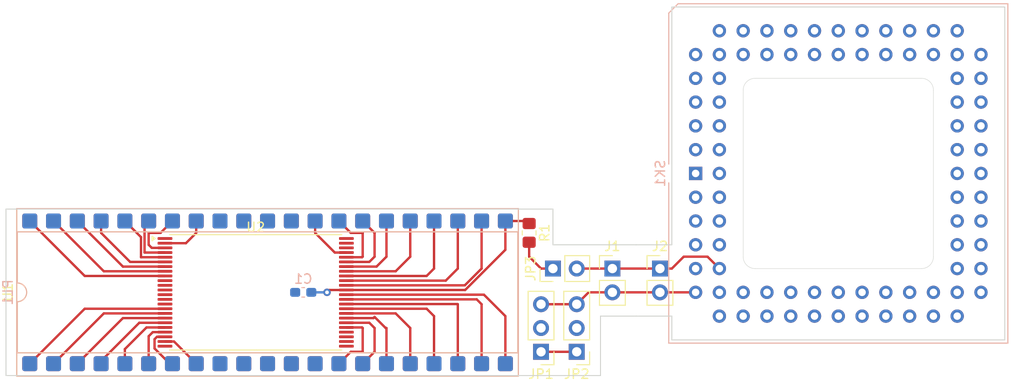
<source format=kicad_pcb>
(kicad_pcb (version 20241229) (generator "pcbnew") (generator_version "9.0")
  (layers (0 "F.Cu" signal) (4 "In1.Cu" signal) (6 "In2.Cu" signal) (2 "B.Cu" signal) (13 "F.Paste" user) (15 "B.Paste" user) (5 "F.SilkS" user "F.Silkscreen") (7 "B.SilkS" user "B.Silkscreen") (1 "F.Mask" user) (3 "B.Mask" user) (25 "Edge.Cuts" user))
  (net 0 "")
  (net 1 "GND")
  (net 2 "+5V")
  (net 3 "/~{WE}")
  (net 5 "/A17")
  (net 6 "/A18")
  (net 7 "/A19")
  (net 8 "/D2")
  (net 9 "/D15")
  (net 10 "/D3")
  (net 11 "/A12")
  (net 12 "/D11")
  (net 13 "/A1")
  (net 14 "/D7")
  (net 15 "/A3")
  (net 16 "/D12")
  (net 17 "/A10")
  (net 18 "/D8")
  (net 19 "/D0")
  (net 20 "/A14")
  (net 21 "/D4")
  (net 22 "/A15")
  (net 23 "/A7")
  (net 24 "/A13")
  (net 25 "/D9")
  (net 26 "/A9")
  (net 27 "/D1")
  (net 28 "/A2")
  (net 29 "/D5")
  (net 30 "/D10")
  (net 31 "/A16")
  (net 32 "/A4")
  (net 33 "/D13")
  (net 34 "/A5")
  (net 35 "/A8")
  (net 36 "/A11")
  (net 37 "/A6")
  (net 38 "/D14")
  (net 39 "/D6")
  (net 40 "/A20")
  (net 41 "/~{FLASH}")
  (net 58 "/~{FLASH_CS}")
  (net 125 "/~{ROM_CS}")
  (net 126 "/~{FLASH_WE}")
  (net 129 "/~{U6_OE}")
  (net 130 "/~{ROM_OE}")
  (net 131 "/~{FLASH_OE}")
  (net 134 "/~{FLASH}_GAYLE")
  (net 135 "/~{U5_FLASH}")
  (net 136 "/~{U6_CS}")
  (footprint "Connector_PinHeader_2.54mm:PinHeader_1x02_P2.54mm_Vertical" (layer "F.Cu") (at 159.69 96.99)
    (property "Reference" "J1" (at 0 -2.38 0) (layer "F.SilkS"))
    (property "Value" "Conn_01x02_Pin")
    (fp_line (start -1.38 -1.38) (end 0 -1.38) (stroke (width 0.12)) (layer "F.SilkS"))
    (fp_line (start -1.38 0) (end -1.38 -1.38) (stroke (width 0.12)) (layer "F.SilkS"))
    (fp_line (start -1.38 1.27) (end -1.38 3.92) (stroke (width 0.12)) (layer "F.SilkS"))
    (fp_line (start -1.38 1.27) (end 1.38 1.27) (stroke (width 0.12)) (layer "F.SilkS"))
    (fp_line (start -1.38 3.92) (end 1.38 3.92) (stroke (width 0.12)) (layer "F.SilkS"))
    (fp_line (start 1.38 1.27) (end 1.38 3.92) (stroke (width 0.12)) (layer "F.SilkS"))
    (pad "1" thru_hole rect (at 0 0) (size 1.7 1.7) (drill 1) (layers "*.Cu" "*.Mask") (net 3 "/~{WE}"))
    (pad "2" thru_hole circle (at 0 2.54) (size 1.7 1.7) (drill 1) (layers "*.Cu" "*.Mask") (net 134 "/~{FLASH}_GAYLE"))
  )
  (footprint "Connector_PinHeader_2.54mm:PinHeader_1x03_P2.54mm_Vertical" (layer "F.Cu") (at 155.88 105.88 180)
    (property "Reference" "JP2" (at 0 -2.38 0) (layer "F.SilkS"))
    (property "Value" "Jumper_3_Open")
    (fp_line (start 1.38 1.27) (end 1.38 6.46) (stroke (width 0.12)) (layer "F.SilkS"))
    (fp_line (start -1.38 6.46) (end 1.38 6.46) (stroke (width 0.12)) (layer "F.SilkS"))
    (fp_line (start -1.38 1.27) (end 1.38 1.27) (stroke (width 0.12)) (layer "F.SilkS"))
    (fp_line (start -1.38 1.27) (end -1.38 6.46) (stroke (width 0.12)) (layer "F.SilkS"))
    (fp_line (start -1.38 0) (end -1.38 -1.38) (stroke (width 0.12)) (layer "F.SilkS"))
    (fp_line (start -1.38 -1.38) (end 0 -1.38) (stroke (width 0.12)) (layer "F.SilkS"))
    (pad "1" thru_hole rect (at 0 0 180) (size 1.7 1.7) (drill 1) (layers "*.Cu" "*.Mask") (net 136 "/~{U6_CS}"))
    (pad "2" thru_hole circle (at 0 2.54 180) (size 1.7 1.7) (drill 1) (layers "*.Cu" "*.Mask") (net 125 "/~{ROM_CS}"))
    (pad "3" thru_hole circle (at 0 5.08 180) (size 1.7 1.7) (drill 1) (layers "*.Cu" "*.Mask") (net 41 "/~{FLASH}"))
  )
  (footprint "Package_SO:TSOP-I-48_18.4x12mm_P0.5mm" (layer "F.Cu") (at 121.59 99.53)
    (property "Reference" "U2" (at 0 -6.95 0) (layer "F.SilkS"))
    (property "Value" "M29F160F")
    (fp_line (start 0 -6.16) (end -9.2 -6.16) (stroke (width 0.12)) (layer "F.SilkS"))
    (fp_line (start 0 -6.16) (end 9.2 -6.16) (stroke (width 0.12)) (layer "F.SilkS"))
    (fp_line (start 0 6.16) (end -9.2 6.16) (stroke (width 0.12)) (layer "F.SilkS"))
    (fp_line (start 0 6.16) (end 9.2 6.16) (stroke (width 0.12)) (layer "F.SilkS"))
    (fp_poly (pts (xy -10.735 -5.75) (xy -11.065 -5.51) (xy -11.065 -5.99)) (stroke (width 0.12)) (fill yes) (layer "F.SilkS"))
    (pad "1" smd roundrect (at -9.6875 -5.75) (size 1.575 0.3) (layers "F.Cu" "F.Mask" "F.Paste") (net 31 "/A16"))
    (pad "2" smd roundrect (at -9.6875 -5.25) (size 1.575 0.3) (layers "F.Cu" "F.Mask" "F.Paste") (net 22 "/A15"))
    (pad "3" smd roundrect (at -9.6875 -4.75) (size 1.575 0.3) (layers "F.Cu" "F.Mask" "F.Paste") (net 20 "/A14"))
    (pad "4" smd roundrect (at -9.6875 -4.25) (size 1.575 0.3) (layers "F.Cu" "F.Mask" "F.Paste") (net 24 "/A13"))
    (pad "5" smd roundrect (at -9.6875 -3.75) (size 1.575 0.3) (layers "F.Cu" "F.Mask" "F.Paste") (net 11 "/A12"))
    (pad "6" smd roundrect (at -9.6875 -3.25) (size 1.575 0.3) (layers "F.Cu" "F.Mask" "F.Paste") (net 36 "/A11"))
    (pad "7" smd roundrect (at -9.6875 -2.75) (size 1.575 0.3) (layers "F.Cu" "F.Mask" "F.Paste") (net 17 "/A10"))
    (pad "8" smd roundrect (at -9.6875 -2.25) (size 1.575 0.3) (layers "F.Cu" "F.Mask" "F.Paste") (net 26 "/A9"))
    (pad "9" smd roundrect (at -9.6875 -1.75) (size 1.575 0.3) (layers "F.Cu" "F.Mask" "F.Paste") (net 40 "/A20"))
    (pad "10" smd roundrect (at -9.6875 -1.25) (size 1.575 0.3) (layers "F.Cu" "F.Mask" "F.Paste"))
    (pad "11" smd roundrect (at -9.6875 -0.75) (size 1.575 0.3) (layers "F.Cu" "F.Mask" "F.Paste") (net 126 "/~{FLASH_WE}"))
    (pad "12" smd roundrect (at -9.6875 -0.25) (size 1.575 0.3) (layers "F.Cu" "F.Mask" "F.Paste") (net 2 "+5V"))
    (pad "13" smd roundrect (at -9.6875 0.25) (size 1.575 0.3) (layers "F.Cu" "F.Mask" "F.Paste"))
    (pad "14" smd roundrect (at -9.6875 0.75) (size 1.575 0.3) (layers "F.Cu" "F.Mask" "F.Paste"))
    (pad "15" smd roundrect (at -9.6875 1.25) (size 1.575 0.3) (layers "F.Cu" "F.Mask" "F.Paste"))
    (pad "16" smd roundrect (at -9.6875 1.75) (size 1.575 0.3) (layers "F.Cu" "F.Mask" "F.Paste") (net 7 "/A19"))
    (pad "17" smd roundrect (at -9.6875 2.25) (size 1.575 0.3) (layers "F.Cu" "F.Mask" "F.Paste") (net 6 "/A18"))
    (pad "18" smd roundrect (at -9.6875 2.75) (size 1.575 0.3) (layers "F.Cu" "F.Mask" "F.Paste") (net 35 "/A8"))
    (pad "19" smd roundrect (at -9.6875 3.25) (size 1.575 0.3) (layers "F.Cu" "F.Mask" "F.Paste") (net 23 "/A7"))
    (pad "20" smd roundrect (at -9.6875 3.75) (size 1.575 0.3) (layers "F.Cu" "F.Mask" "F.Paste") (net 37 "/A6"))
    (pad "21" smd roundrect (at -9.6875 4.25) (size 1.575 0.3) (layers "F.Cu" "F.Mask" "F.Paste") (net 34 "/A5"))
    (pad "22" smd roundrect (at -9.6875 4.75) (size 1.575 0.3) (layers "F.Cu" "F.Mask" "F.Paste") (net 32 "/A4"))
    (pad "23" smd roundrect (at -9.6875 5.25) (size 1.575 0.3) (layers "F.Cu" "F.Mask" "F.Paste") (net 15 "/A3"))
    (pad "24" smd roundrect (at -9.6875 5.75) (size 1.575 0.3) (layers "F.Cu" "F.Mask" "F.Paste") (net 28 "/A2"))
    (pad "25" smd roundrect (at 9.6875 5.75) (size 1.575 0.3) (layers "F.Cu" "F.Mask" "F.Paste") (net 13 "/A1"))
    (pad "26" smd roundrect (at 9.6875 5.25) (size 1.575 0.3) (layers "F.Cu" "F.Mask" "F.Paste") (net 58 "/~{FLASH_CS}"))
    (pad "27" smd roundrect (at 9.6875 4.75) (size 1.575 0.3) (layers "F.Cu" "F.Mask" "F.Paste") (net 1 "GND"))
    (pad "28" smd roundrect (at 9.6875 4.25) (size 1.575 0.3) (layers "F.Cu" "F.Mask" "F.Paste") (net 131 "/~{FLASH_OE}"))
    (pad "29" smd roundrect (at 9.6875 3.75) (size 1.575 0.3) (layers "F.Cu" "F.Mask" "F.Paste") (net 19 "/D0"))
    (pad "30" smd roundrect (at 9.6875 3.25) (size 1.575 0.3) (layers "F.Cu" "F.Mask" "F.Paste") (net 18 "/D8"))
    (pad "31" smd roundrect (at 9.6875 2.75) (size 1.575 0.3) (layers "F.Cu" "F.Mask" "F.Paste") (net 27 "/D1"))
    (pad "32" smd roundrect (at 9.6875 2.25) (size 1.575 0.3) (layers "F.Cu" "F.Mask" "F.Paste") (net 25 "/D9"))
    (pad "33" smd roundrect (at 9.6875 1.75) (size 1.575 0.3) (layers "F.Cu" "F.Mask" "F.Paste") (net 8 "/D2"))
    (pad "34" smd roundrect (at 9.6875 1.25) (size 1.575 0.3) (layers "F.Cu" "F.Mask" "F.Paste") (net 30 "/D10"))
    (pad "35" smd roundrect (at 9.6875 0.75) (size 1.575 0.3) (layers "F.Cu" "F.Mask" "F.Paste") (net 10 "/D3"))
    (pad "36" smd roundrect (at 9.6875 0.25) (size 1.575 0.3) (layers "F.Cu" "F.Mask" "F.Paste") (net 12 "/D11"))
    (pad "37" smd roundrect (at 9.6875 -0.25) (size 1.575 0.3) (layers "F.Cu" "F.Mask" "F.Paste") (net 2 "+5V"))
    (pad "38" smd roundrect (at 9.6875 -0.75) (size 1.575 0.3) (layers "F.Cu" "F.Mask" "F.Paste") (net 21 "/D4"))
    (pad "39" smd roundrect (at 9.6875 -1.25) (size 1.575 0.3) (layers "F.Cu" "F.Mask" "F.Paste") (net 16 "/D12"))
    (pad "40" smd roundrect (at 9.6875 -1.75) (size 1.575 0.3) (layers "F.Cu" "F.Mask" "F.Paste") (net 29 "/D5"))
    (pad "41" smd roundrect (at 9.6875 -2.25) (size 1.575 0.3) (layers "F.Cu" "F.Mask" "F.Paste") (net 33 "/D13"))
    (pad "42" smd roundrect (at 9.6875 -2.75) (size 1.575 0.3) (layers "F.Cu" "F.Mask" "F.Paste") (net 39 "/D6"))
    (pad "43" smd roundrect (at 9.6875 -3.25) (size 1.575 0.3) (layers "F.Cu" "F.Mask" "F.Paste") (net 38 "/D14"))
    (pad "44" smd roundrect (at 9.6875 -3.75) (size 1.575 0.3) (layers "F.Cu" "F.Mask" "F.Paste") (net 14 "/D7"))
    (pad "45" smd roundrect (at 9.6875 -4.25) (size 1.575 0.3) (layers "F.Cu" "F.Mask" "F.Paste") (net 9 "/D15"))
    (pad "46" smd roundrect (at 9.6875 -4.75) (size 1.575 0.3) (layers "F.Cu" "F.Mask" "F.Paste") (net 1 "GND"))
    (pad "47" smd roundrect (at 9.6875 -5.25) (size 1.575 0.3) (layers "F.Cu" "F.Mask" "F.Paste") (net 2 "+5V"))
    (pad "48" smd roundrect (at 9.6875 -5.75) (size 1.575 0.3) (layers "F.Cu" "F.Mask" "F.Paste") (net 5 "/A17"))
  )
  (footprint "Connector_PinHeader_2.54mm:PinHeader_1x02_P2.54mm_Vertical" (layer "F.Cu") (at 164.77 96.99)
    (property "Reference" "J2" (at 0 -2.38 0) (layer "F.SilkS"))
    (property "Value" "Conn_01x02_Pin")
    (fp_line (start -1.38 -1.38) (end 0 -1.38) (stroke (width 0.12)) (layer "F.SilkS"))
    (fp_line (start -1.38 0) (end -1.38 -1.38) (stroke (width 0.12)) (layer "F.SilkS"))
    (fp_line (start -1.38 1.27) (end -1.38 3.92) (stroke (width 0.12)) (layer "F.SilkS"))
    (fp_line (start -1.38 1.27) (end 1.38 1.27) (stroke (width 0.12)) (layer "F.SilkS"))
    (fp_line (start -1.38 3.92) (end 1.38 3.92) (stroke (width 0.12)) (layer "F.SilkS"))
    (fp_line (start 1.38 1.27) (end 1.38 3.92) (stroke (width 0.12)) (layer "F.SilkS"))
    (pad "1" thru_hole rect (at 0 0) (size 1.7 1.7) (drill 1) (layers "*.Cu" "*.Mask") (net 3 "/~{WE}"))
    (pad "2" thru_hole circle (at 0 2.54) (size 1.7 1.7) (drill 1) (layers "*.Cu" "*.Mask") (net 134 "/~{FLASH}_GAYLE"))
  )
  (footprint "Resistor_SMD:R_0805_2012Metric_Pad1.20x1.40mm_HandSolder" (layer "F.Cu") (at 150.8 93.18 -90)
    (property "Reference" "R1" (at 0 -1.65 90) (layer "F.SilkS"))
    (property "Value" "R")
    (fp_line (start -0.227064 0.735) (end 0.227064 0.735) (stroke (width 0.12)) (layer "F.SilkS"))
    (fp_line (start -0.227064 -0.735) (end 0.227064 -0.735) (stroke (width 0.12)) (layer "F.SilkS"))
    (pad "1" smd roundrect (at -1 0 270) (size 1.2 1.4) (layers "F.Cu" "F.Mask" "F.Paste") (roundrect_rratio 0.208333) (net 2 "+5V"))
    (pad "2" smd roundrect (at 1 0 270) (size 1.2 1.4) (layers "F.Cu" "F.Mask" "F.Paste") (roundrect_rratio 0.208333) (net 126 "/~{FLASH_WE}"))
  )
  (footprint "Connector_PinHeader_2.54mm:PinHeader_1x02_P2.54mm_Vertical" (layer "F.Cu") (at 153.34 96.99 90)
    (property "Reference" "JP3" (at 0 -2.38 90) (layer "F.SilkS"))
    (property "Value" "Jumper_2_Open")
    (fp_line (start -1.38 -1.38) (end 0 -1.38) (stroke (width 0.12)) (layer "F.SilkS"))
    (fp_line (start -1.38 0) (end -1.38 -1.38) (stroke (width 0.12)) (layer "F.SilkS"))
    (fp_line (start 1.38 1.27) (end 1.38 3.92) (stroke (width 0.12)) (layer "F.SilkS"))
    (fp_line (start -1.38 1.27) (end 1.38 1.27) (stroke (width 0.12)) (layer "F.SilkS"))
    (fp_line (start -1.38 1.27) (end -1.38 3.92) (stroke (width 0.12)) (layer "F.SilkS"))
    (fp_line (start -1.38 3.92) (end 1.38 3.92) (stroke (width 0.12)) (layer "F.SilkS"))
    (pad "1" thru_hole rect (at 0 0 90) (size 1.7 1.7) (drill 1) (layers "*.Cu" "*.Mask") (net 126 "/~{FLASH_WE}"))
    (pad "2" thru_hole circle (at 0 2.54 90) (size 1.7 1.7) (drill 1) (layers "*.Cu" "*.Mask") (net 3 "/~{WE}"))
  )
  (footprint "A600ROM:DIP-42_W15.24mm_SMDSocket_SmallPads" (layer "F.Cu") (at 122.86 99.53 90)
    (property "Reference" "U1" (at 0 -27.73 90) (layer "F.SilkS"))
    (property "Value" "Kickstart A600 ROM")
    (fp_line (start 6.46 -26.73) (end 1 -26.73) (stroke (width 0.12)) (layer "F.SilkS"))
    (fp_line (start -1 -26.73) (end -6.46 -26.73) (stroke (width 0.12)) (layer "F.SilkS"))
    (fp_line (start -6.46 -26.73) (end -6.46 26.73) (stroke (width 0.12)) (layer "F.SilkS"))
    (fp_line (start 6.46 26.73) (end 6.46 -26.73) (stroke (width 0.12)) (layer "F.SilkS"))
    (fp_line (start -6.46 26.73) (end 6.46 26.73) (stroke (width 0.12)) (layer "F.SilkS"))
    (fp_rect (start -8.95 -26.79) (end 8.95 26.79) (stroke (width 0.12)) (fill no) (layer "F.SilkS"))
    (fp_arc (start 1 -26.73) (mid 0 -25.73) (end -1 -26.73) (stroke (width 0.12)) (layer "F.SilkS"))
    (pad "1" smd roundrect (at -7.62 -25.4 90) (size 1.6 1.6) (layers "F.Cu" "F.Mask" "F.Paste") (roundrect_rratio 0.15625) (net 7 "/A19"))
    (pad "2" smd roundrect (at -7.62 -22.86 90) (size 1.6 1.6) (layers "F.Cu" "F.Mask" "F.Paste") (roundrect_rratio 0.15625) (net 6 "/A18"))
    (pad "3" smd roundrect (at -7.62 -20.32 90) (size 1.6 1.6) (layers "F.Cu" "F.Mask" "F.Paste") (roundrect_rratio 0.15625) (net 35 "/A8"))
    (pad "4" smd roundrect (at -7.62 -17.78 90) (size 1.6 1.6) (layers "F.Cu" "F.Mask" "F.Paste") (roundrect_rratio 0.15625) (net 23 "/A7"))
    (pad "5" smd roundrect (at -7.62 -15.24 90) (size 1.6 1.6) (layers "F.Cu" "F.Mask" "F.Paste") (roundrect_rratio 0.15625) (net 37 "/A6"))
    (pad "6" smd roundrect (at -7.62 -12.7 90) (size 1.6 1.6) (layers "F.Cu" "F.Mask" "F.Paste") (roundrect_rratio 0.15625) (net 34 "/A5"))
    (pad "7" smd roundrect (at -7.62 -10.16 90) (size 1.6 1.6) (layers "F.Cu" "F.Mask" "F.Paste") (roundrect_rratio 0.15625) (net 32 "/A4"))
    (pad "8" smd roundrect (at -7.62 -7.62 90) (size 1.6 1.6) (layers "F.Cu" "F.Mask" "F.Paste") (roundrect_rratio 0.15625) (net 15 "/A3"))
    (pad "9" smd roundrect (at -7.62 -5.08 90) (size 1.6 1.6) (layers "F.Cu" "F.Mask" "F.Paste") (roundrect_rratio 0.15625) (net 28 "/A2"))
    (pad "10" smd roundrect (at -7.62 -2.54 90) (size 1.6 1.6) (layers "F.Cu" "F.Mask" "F.Paste") (roundrect_rratio 0.15625) (net 13 "/A1"))
    (pad "11" smd roundrect (at -7.62 0 90) (size 1.6 1.6) (layers "F.Cu" "F.Mask" "F.Paste") (roundrect_rratio 0.15625) (net 125 "/~{ROM_CS}"))
    (pad "12" smd roundrect (at -7.62 2.54 90) (size 1.6 1.6) (layers "F.Cu" "F.Mask" "F.Paste") (roundrect_rratio 0.15625) (net 1 "GND"))
    (pad "13" smd roundrect (at -7.62 5.08 90) (size 1.6 1.6) (layers "F.Cu" "F.Mask" "F.Paste") (roundrect_rratio 0.15625) (net 130 "/~{ROM_OE}"))
    (pad "14" smd roundrect (at -7.62 7.62 90) (size 1.6 1.6) (layers "F.Cu" "F.Mask" "F.Paste") (roundrect_rratio 0.15625) (net 19 "/D0"))
    (pad "15" smd roundrect (at -7.62 10.16 90) (size 1.6 1.6) (layers "F.Cu" "F.Mask" "F.Paste") (roundrect_rratio 0.15625) (net 18 "/D8"))
    (pad "16" smd roundrect (at -7.62 12.7 90) (size 1.6 1.6) (layers "F.Cu" "F.Mask" "F.Paste") (roundrect_rratio 0.15625) (net 27 "/D1"))
    (pad "17" smd roundrect (at -7.62 15.24 90) (size 1.6 1.6) (layers "F.Cu" "F.Mask" "F.Paste") (roundrect_rratio 0.15625) (net 25 "/D9"))
    (pad "18" smd roundrect (at -7.62 17.78 90) (size 1.6 1.6) (layers "F.Cu" "F.Mask" "F.Paste") (roundrect_rratio 0.15625) (net 8 "/D2"))
    (pad "19" smd roundrect (at -7.62 20.32 90) (size 1.6 1.6) (layers "F.Cu" "F.Mask" "F.Paste") (roundrect_rratio 0.15625) (net 30 "/D10"))
    (pad "20" smd roundrect (at -7.62 22.86 90) (size 1.6 1.6) (layers "F.Cu" "F.Mask" "F.Paste") (roundrect_rratio 0.15625) (net 10 "/D3"))
    (pad "21" smd roundrect (at -7.62 25.4 90) (size 1.6 1.6) (layers "F.Cu" "F.Mask" "F.Paste") (roundrect_rratio 0.15625) (net 12 "/D11"))
    (pad "22" smd roundrect (at 7.62 25.4 90) (size 1.6 1.6) (layers "F.Cu" "F.Mask" "F.Paste") (roundrect_rratio 0.15625) (net 2 "+5V"))
    (pad "23" smd roundrect (at 7.62 22.86 90) (size 1.6 1.6) (layers "F.Cu" "F.Mask" "F.Paste") (roundrect_rratio 0.15625) (net 21 "/D4"))
    (pad "24" smd roundrect (at 7.62 20.32 90) (size 1.6 1.6) (layers "F.Cu" "F.Mask" "F.Paste") (roundrect_rratio 0.15625) (net 16 "/D12"))
    (pad "25" smd roundrect (at 7.62 17.78 90) (size 1.6 1.6) (layers "F.Cu" "F.Mask" "F.Paste") (roundrect_rratio 0.15625) (net 29 "/D5"))
    (pad "26" smd roundrect (at 7.62 15.24 90) (size 1.6 1.6) (layers "F.Cu" "F.Mask" "F.Paste") (roundrect_rratio 0.15625) (net 33 "/D13"))
    (pad "27" smd roundrect (at 7.62 12.7 90) (size 1.6 1.6) (layers "F.Cu" "F.Mask" "F.Paste") (roundrect_rratio 0.15625) (net 39 "/D6"))
    (pad "28" smd roundrect (at 7.62 10.16 90) (size 1.6 1.6) (layers "F.Cu" "F.Mask" "F.Paste") (roundrect_rratio 0.15625) (net 38 "/D14"))
    (pad "29" smd roundrect (at 7.62 7.62 90) (size 1.6 1.6) (layers "F.Cu" "F.Mask" "F.Paste") (roundrect_rratio 0.15625) (net 14 "/D7"))
    (pad "30" smd roundrect (at 7.62 5.08 90) (size 1.6 1.6) (layers "F.Cu" "F.Mask" "F.Paste") (roundrect_rratio 0.15625) (net 9 "/D15"))
    (pad "31" smd roundrect (at 7.62 2.54 90) (size 1.6 1.6) (layers "F.Cu" "F.Mask" "F.Paste") (roundrect_rratio 0.15625) (net 1 "GND"))
    (pad "32" smd roundrect (at 7.62 0 90) (size 1.6 1.6) (layers "F.Cu" "F.Mask" "F.Paste") (roundrect_rratio 0.15625) (net 2 "+5V"))
    (pad "33" smd roundrect (at 7.62 -2.54 90) (size 1.6 1.6) (layers "F.Cu" "F.Mask" "F.Paste") (roundrect_rratio 0.15625) (net 5 "/A17"))
    (pad "34" smd roundrect (at 7.62 -5.08 90) (size 1.6 1.6) (layers "F.Cu" "F.Mask" "F.Paste") (roundrect_rratio 0.15625) (net 31 "/A16"))
    (pad "35" smd roundrect (at 7.62 -7.62 90) (size 1.6 1.6) (layers "F.Cu" "F.Mask" "F.Paste") (roundrect_rratio 0.15625) (net 22 "/A15"))
    (pad "36" smd roundrect (at 7.62 -10.16 90) (size 1.6 1.6) (layers "F.Cu" "F.Mask" "F.Paste") (roundrect_rratio 0.15625) (net 20 "/A14"))
    (pad "37" smd roundrect (at 7.62 -12.7 90) (size 1.6 1.6) (layers "F.Cu" "F.Mask" "F.Paste") (roundrect_rratio 0.15625) (net 24 "/A13"))
    (pad "38" smd roundrect (at 7.62 -15.24 90) (size 1.6 1.6) (layers "F.Cu" "F.Mask" "F.Paste") (roundrect_rratio 0.15625) (net 11 "/A12"))
    (pad "39" smd roundrect (at 7.62 -17.78 90) (size 1.6 1.6) (layers "F.Cu" "F.Mask" "F.Paste") (roundrect_rratio 0.15625) (net 36 "/A11"))
    (pad "40" smd roundrect (at 7.62 -20.32 90) (size 1.6 1.6) (layers "F.Cu" "F.Mask" "F.Paste") (roundrect_rratio 0.15625) (net 17 "/A10"))
    (pad "41" smd roundrect (at 7.62 -22.86 90) (size 1.6 1.6) (layers "F.Cu" "F.Mask" "F.Paste") (roundrect_rratio 0.15625) (net 26 "/A9"))
    (pad "42" smd roundrect (at 7.62 -25.4 90) (size 1.6 1.6) (layers "F.Cu" "F.Mask" "F.Paste") (roundrect_rratio 0.15625) (net 40 "/A20"))
  )
  (footprint "Connector_PinHeader_2.54mm:PinHeader_1x03_P2.54mm_Vertical" (layer "F.Cu") (at 152.07 105.88 180)
    (property "Reference" "JP1" (at 0 -2.38 0) (layer "F.SilkS"))
    (property "Value" "Jumper_3_Open")
    (fp_line (start 1.38 1.27) (end 1.38 6.46) (stroke (width 0.12)) (layer "F.SilkS"))
    (fp_line (start -1.38 6.46) (end 1.38 6.46) (stroke (width 0.12)) (layer "F.SilkS"))
    (fp_line (start -1.38 1.27) (end 1.38 1.27) (stroke (width 0.12)) (layer "F.SilkS"))
    (fp_line (start -1.38 1.27) (end -1.38 6.46) (stroke (width 0.12)) (layer "F.SilkS"))
    (fp_line (start -1.38 0) (end -1.38 -1.38) (stroke (width 0.12)) (layer "F.SilkS"))
    (fp_line (start -1.38 -1.38) (end 0 -1.38) (stroke (width 0.12)) (layer "F.SilkS"))
    (pad "1" thru_hole rect (at 0 0 180) (size 1.7 1.7) (drill 1) (layers "*.Cu" "*.Mask") (net 136 "/~{U6_CS}"))
    (pad "2" thru_hole circle (at 0 2.54 180) (size 1.7 1.7) (drill 1) (layers "*.Cu" "*.Mask") (net 58 "/~{FLASH_CS}"))
    (pad "3" thru_hole circle (at 0 5.08 180) (size 1.7 1.7) (drill 1) (layers "*.Cu" "*.Mask") (net 135 "/~{U5_FLASH}"))
  )
  (footprint "Capacitor_SMD:C_0603_1608Metric_Pad1.08x0.95mm_HandSolder" (layer "B.Cu") (at 126.67 99.53 180)
    (property "Reference" "C1" (at 0 1.43 0) (layer "B.SilkS") (effects (justify mirror)))
    (property "Value" "100nF")
    (fp_line (start -0.146267 0.51) (end 0.146267 0.51) (stroke (width 0.12)) (layer "B.SilkS"))
    (fp_line (start -0.146267 -0.51) (end 0.146267 -0.51) (stroke (width 0.12)) (layer "B.SilkS"))
    (pad "1" smd roundrect (at -0.8625 0 180) (size 1.075 0.95) (layers "B.Cu" "B.Mask" "B.Paste") (net 2 "+5V"))
    (pad "2" smd roundrect (at 0.8625 0 180) (size 1.075 0.95) (layers "B.Cu" "B.Mask" "B.Paste") (net 1 "GND"))
  )
  (footprint "A600ROM:DIP-42_W15.24mm_SMDHeader_SmallPads" (layer "B.Cu") (at 122.86 99.53 -90)
    (property "Reference" "PL1" (at 0 27.73 90) (layer "B.SilkS") (effects (justify mirror)))
    (property "Value" "~")
    (fp_line (start -6.46 26.73) (end -6.46 -26.73) (stroke (width 0.12)) (layer "B.SilkS"))
    (fp_line (start -1 26.73) (end -6.46 26.73) (stroke (width 0.12)) (layer "B.SilkS"))
    (fp_line (start 6.46 26.73) (end 1 26.73) (stroke (width 0.12)) (layer "B.SilkS"))
    (fp_line (start -6.46 -26.73) (end 6.46 -26.73) (stroke (width 0.12)) (layer "B.SilkS"))
    (fp_line (start 6.46 -26.73) (end 6.46 26.73) (stroke (width 0.12)) (layer "B.SilkS"))
    (fp_rect (start -8.95 26.79) (end 8.95 -26.79) (stroke (width 0.12)) (fill no) (layer "B.SilkS"))
    (fp_arc (start -1 26.73) (mid 0 25.73) (end 1 26.73) (stroke (width 0.12)) (layer "B.SilkS"))
    (pad "1" smd roundrect (at 7.62 25.4 270) (size 1.6 1.6) (layers "B.Cu" "B.Mask" "B.Paste") (roundrect_rratio 0.15625) (net 7 "/A19"))
    (pad "2" smd roundrect (at 7.62 22.86 270) (size 1.6 1.6) (layers "B.Cu" "B.Mask" "B.Paste") (roundrect_rratio 0.15625) (net 6 "/A18"))
    (pad "3" smd roundrect (at 7.62 20.32 270) (size 1.6 1.6) (layers "B.Cu" "B.Mask" "B.Paste") (roundrect_rratio 0.15625) (net 35 "/A8"))
    (pad "4" smd roundrect (at 7.62 17.78 270) (size 1.6 1.6) (layers "B.Cu" "B.Mask" "B.Paste") (roundrect_rratio 0.15625) (net 23 "/A7"))
    (pad "5" smd roundrect (at 7.62 15.24 270) (size 1.6 1.6) (layers "B.Cu" "B.Mask" "B.Paste") (roundrect_rratio 0.15625) (net 37 "/A6"))
    (pad "6" smd roundrect (at 7.62 12.7 270) (size 1.6 1.6) (layers "B.Cu" "B.Mask" "B.Paste") (roundrect_rratio 0.15625) (net 34 "/A5"))
    (pad "7" smd roundrect (at 7.62 10.16 270) (size 1.6 1.6) (layers "B.Cu" "B.Mask" "B.Paste") (roundrect_rratio 0.15625) (net 32 "/A4"))
    (pad "8" smd roundrect (at 7.62 7.62 270) (size 1.6 1.6) (layers "B.Cu" "B.Mask" "B.Paste") (roundrect_rratio 0.15625) (net 15 "/A3"))
    (pad "9" smd roundrect (at 7.62 5.08 270) (size 1.6 1.6) (layers "B.Cu" "B.Mask" "B.Paste") (roundrect_rratio 0.15625) (net 28 "/A2"))
    (pad "10" smd roundrect (at 7.62 2.54 270) (size 1.6 1.6) (layers "B.Cu" "B.Mask" "B.Paste") (roundrect_rratio 0.15625) (net 13 "/A1"))
    (pad "11" smd roundrect (at 7.62 0 270) (size 1.6 1.6) (layers "B.Cu" "B.Mask" "B.Paste") (roundrect_rratio 0.15625) (net 136 "/~{U6_CS}"))
    (pad "12" smd roundrect (at 7.62 -2.54 270) (size 1.6 1.6) (layers "B.Cu" "B.Mask" "B.Paste") (roundrect_rratio 0.15625) (net 1 "GND"))
    (pad "13" smd roundrect (at 7.62 -5.08 270) (size 1.6 1.6) (layers "B.Cu" "B.Mask" "B.Paste") (roundrect_rratio 0.15625) (net 129 "/~{U6_OE}"))
    (pad "14" smd roundrect (at 7.62 -7.62 270) (size 1.6 1.6) (layers "B.Cu" "B.Mask" "B.Paste") (roundrect_rratio 0.15625) (net 19 "/D0"))
    (pad "15" smd roundrect (at 7.62 -10.16 270) (size 1.6 1.6) (layers "B.Cu" "B.Mask" "B.Paste") (roundrect_rratio 0.15625) (net 18 "/D8"))
    (pad "16" smd roundrect (at 7.62 -12.7 270) (size 1.6 1.6) (layers "B.Cu" "B.Mask" "B.Paste") (roundrect_rratio 0.15625) (net 27 "/D1"))
    (pad "17" smd roundrect (at 7.62 -15.24 270) (size 1.6 1.6) (layers "B.Cu" "B.Mask" "B.Paste") (roundrect_rratio 0.15625) (net 25 "/D9"))
    (pad "18" smd roundrect (at 7.62 -17.78 270) (size 1.6 1.6) (layers "B.Cu" "B.Mask" "B.Paste") (roundrect_rratio 0.15625) (net 8 "/D2"))
    (pad "19" smd roundrect (at 7.62 -20.32 270) (size 1.6 1.6) (layers "B.Cu" "B.Mask" "B.Paste") (roundrect_rratio 0.15625) (net 30 "/D10"))
    (pad "20" smd roundrect (at 7.62 -22.86 270) (size 1.6 1.6) (layers "B.Cu" "B.Mask" "B.Paste") (roundrect_rratio 0.15625) (net 10 "/D3"))
    (pad "21" smd roundrect (at 7.62 -25.4 270) (size 1.6 1.6) (layers "B.Cu" "B.Mask" "B.Paste") (roundrect_rratio 0.15625) (net 12 "/D11"))
    (pad "22" smd roundrect (at -7.62 -25.4 270) (size 1.6 1.6) (layers "B.Cu" "B.Mask" "B.Paste") (roundrect_rratio 0.15625) (net 2 "+5V"))
    (pad "23" smd roundrect (at -7.62 -22.86 270) (size 1.6 1.6) (layers "B.Cu" "B.Mask" "B.Paste") (roundrect_rratio 0.15625) (net 21 "/D4"))
    (pad "24" smd roundrect (at -7.62 -20.32 270) (size 1.6 1.6) (layers "B.Cu" "B.Mask" "B.Paste") (roundrect_rratio 0.15625) (net 16 "/D12"))
    (pad "25" smd roundrect (at -7.62 -17.78 270) (size 1.6 1.6) (layers "B.Cu" "B.Mask" "B.Paste") (roundrect_rratio 0.15625) (net 29 "/D5"))
    (pad "26" smd roundrect (at -7.62 -15.24 270) (size 1.6 1.6) (layers "B.Cu" "B.Mask" "B.Paste") (roundrect_rratio 0.15625) (net 33 "/D13"))
    (pad "27" smd roundrect (at -7.62 -12.7 270) (size 1.6 1.6) (layers "B.Cu" "B.Mask" "B.Paste") (roundrect_rratio 0.15625) (net 39 "/D6"))
    (pad "28" smd roundrect (at -7.62 -10.16 270) (size 1.6 1.6) (layers "B.Cu" "B.Mask" "B.Paste") (roundrect_rratio 0.15625) (net 38 "/D14"))
    (pad "29" smd roundrect (at -7.62 -7.62 270) (size 1.6 1.6) (layers "B.Cu" "B.Mask" "B.Paste") (roundrect_rratio 0.15625) (net 14 "/D7"))
    (pad "30" smd roundrect (at -7.62 -5.08 270) (size 1.6 1.6) (layers "B.Cu" "B.Mask" "B.Paste") (roundrect_rratio 0.15625) (net 9 "/D15"))
    (pad "31" smd roundrect (at -7.62 -2.54 270) (size 1.6 1.6) (layers "B.Cu" "B.Mask" "B.Paste") (roundrect_rratio 0.15625) (net 1 "GND"))
    (pad "32" smd roundrect (at -7.62 0 270) (size 1.6 1.6) (layers "B.Cu" "B.Mask" "B.Paste") (roundrect_rratio 0.15625))
    (pad "33" smd roundrect (at -7.62 2.54 270) (size 1.6 1.6) (layers "B.Cu" "B.Mask" "B.Paste") (roundrect_rratio 0.15625) (net 5 "/A17"))
    (pad "34" smd roundrect (at -7.62 5.08 270) (size 1.6 1.6) (layers "B.Cu" "B.Mask" "B.Paste") (roundrect_rratio 0.15625) (net 31 "/A16"))
    (pad "35" smd roundrect (at -7.62 7.62 270) (size 1.6 1.6) (layers "B.Cu" "B.Mask" "B.Paste") (roundrect_rratio 0.15625) (net 22 "/A15"))
    (pad "36" smd roundrect (at -7.62 10.16 270) (size 1.6 1.6) (layers "B.Cu" "B.Mask" "B.Paste") (roundrect_rratio 0.15625) (net 20 "/A14"))
    (pad "37" smd roundrect (at -7.62 12.7 270) (size 1.6 1.6) (layers "B.Cu" "B.Mask" "B.Paste") (roundrect_rratio 0.15625) (net 24 "/A13"))
    (pad "38" smd roundrect (at -7.62 15.24 270) (size 1.6 1.6) (layers "B.Cu" "B.Mask" "B.Paste") (roundrect_rratio 0.15625) (net 11 "/A12"))
    (pad "39" smd roundrect (at -7.62 17.78 270) (size 1.6 1.6) (layers "B.Cu" "B.Mask" "B.Paste") (roundrect_rratio 0.15625) (net 36 "/A11"))
    (pad "40" smd roundrect (at -7.62 20.32 270) (size 1.6 1.6) (layers "B.Cu" "B.Mask" "B.Paste") (roundrect_rratio 0.15625) (net 17 "/A10"))
    (pad "41" smd roundrect (at -7.62 22.86 270) (size 1.6 1.6) (layers "B.Cu" "B.Mask" "B.Paste") (roundrect_rratio 0.15625) (net 26 "/A9"))
    (pad "42" smd roundrect (at -7.62 25.4 270) (size 1.6 1.6) (layers "B.Cu" "B.Mask" "B.Paste") (roundrect_rratio 0.15625) (net 40 "/A20"))
  )
  (footprint "A600ROM:PLCC-84_THT-Socket-Tophat" (layer "B.Cu") (at 168.58 86.83 -90)
    (property "Reference" "SK1" (at 0 3.77 90) (layer "B.SilkS") (effects (justify mirror)))
    (property "Value" "PLCC84 TH Tophat")
    (fp_line (start -17.125 2.87) (end -18.125 1.87) (stroke (width 0.12)) (layer "B.SilkS"))
    (fp_line (start -1 2.87) (end -17.125 2.87) (stroke (width 0.12)) (layer "B.SilkS"))
    (fp_line (start 18.125 2.87) (end 1 2.87) (stroke (width 0.12)) (layer "B.SilkS"))
    (fp_line (start -18.125 1.87) (end -18.125 -33.35) (stroke (width 0.12)) (layer "B.SilkS"))
    (fp_line (start -18.125 -33.35) (end 18.125 -33.35) (stroke (width 0.12)) (layer "B.SilkS"))
    (fp_line (start 18.125 -33.35) (end 18.125 2.87) (stroke (width 0.12)) (layer "B.SilkS"))
    (fp_line (start -8.89 -5.08) (end 8.89 -5.08) (stroke (width 0.05)) (layer "Edge.Cuts"))
    (fp_line (start 10.16 -6.35) (end 10.16 -24.13) (stroke (width 0.05)) (layer "Edge.Cuts"))
    (fp_line (start -10.16 -24.13) (end -10.16 -6.35) (stroke (width 0.05)) (layer "Edge.Cuts"))
    (fp_line (start 8.89 -25.4) (end -8.89 -25.4) (stroke (width 0.05)) (layer "Edge.Cuts"))
    (fp_arc (start -8.89 -5.08) (mid -9.788026 -5.451974) (end -10.16 -6.35) (stroke (width 0.05)) (layer "Edge.Cuts"))
    (fp_arc (start 10.16 -6.35) (mid 9.788026 -5.451974) (end 8.89 -5.08) (stroke (width 0.05)) (layer "Edge.Cuts"))
    (fp_arc (start -10.16 -24.13) (mid -9.788026 -25.028026) (end -8.89 -25.4) (stroke (width 0.05)) (layer "Edge.Cuts"))
    (fp_arc (start 8.89 -25.4) (mid 9.788026 -25.028026) (end 10.16 -24.13) (stroke (width 0.05)) (layer "Edge.Cuts"))
    (pad "1" thru_hole rect (at 0 0 270) (size 1.4224 1.4224) (drill 0.8) (layers "*.Cu" "*.Mask"))
    (pad "2" thru_hole circle (at 2.54 -2.54 270) (size 1.4224 1.4224) (drill 0.8) (layers "*.Cu" "*.Mask"))
    (pad "3" thru_hole circle (at 2.54 0 270) (size 1.4224 1.4224) (drill 0.8) (layers "*.Cu" "*.Mask"))
    (pad "4" thru_hole circle (at 5.08 -2.54 270) (size 1.4224 1.4224) (drill 0.8) (layers "*.Cu" "*.Mask"))
    (pad "5" thru_hole circle (at 5.08 0 270) (size 1.4224 1.4224) (drill 0.8) (layers "*.Cu" "*.Mask"))
    (pad "6" thru_hole circle (at 7.62 -2.54 270) (size 1.4224 1.4224) (drill 0.8) (layers "*.Cu" "*.Mask"))
    (pad "7" thru_hole circle (at 7.62 0 270) (size 1.4224 1.4224) (drill 0.8) (layers "*.Cu" "*.Mask"))
    (pad "8" thru_hole circle (at 10.16 -2.54 270) (size 1.4224 1.4224) (drill 0.8) (layers "*.Cu" "*.Mask") (net 3 "/~{WE}"))
    (pad "9" thru_hole circle (at 10.16 0 270) (size 1.4224 1.4224) (drill 0.8) (layers "*.Cu" "*.Mask"))
    (pad "10" thru_hole circle (at 12.7 -2.54 270) (size 1.4224 1.4224) (drill 0.8) (layers "*.Cu" "*.Mask"))
    (pad "11" thru_hole circle (at 12.7 0 270) (size 1.4224 1.4224) (drill 0.8) (layers "*.Cu" "*.Mask") (net 134 "/~{FLASH}_GAYLE"))
    (pad "12" thru_hole circle (at 15.24 -2.54 270) (size 1.4224 1.4224) (drill 0.8) (layers "*.Cu" "*.Mask"))
    (pad "13" thru_hole circle (at 12.7 -5.08 270) (size 1.4224 1.4224) (drill 0.8) (layers "*.Cu" "*.Mask"))
    (pad "14" thru_hole circle (at 15.24 -5.08 270) (size 1.4224 1.4224) (drill 0.8) (layers "*.Cu" "*.Mask"))
    (pad "15" thru_hole circle (at 12.7 -7.62 270) (size 1.4224 1.4224) (drill 0.8) (layers "*.Cu" "*.Mask"))
    (pad "16" thru_hole circle (at 15.24 -7.62 270) (size 1.4224 1.4224) (drill 0.8) (layers "*.Cu" "*.Mask"))
    (pad "17" thru_hole circle (at 12.7 -10.16 270) (size 1.4224 1.4224) (drill 0.8) (layers "*.Cu" "*.Mask"))
    (pad "18" thru_hole circle (at 15.24 -10.16 270) (size 1.4224 1.4224) (drill 0.8) (layers "*.Cu" "*.Mask"))
    (pad "19" thru_hole circle (at 12.7 -12.7 270) (size 1.4224 1.4224) (drill 0.8) (layers "*.Cu" "*.Mask"))
    (pad "20" thru_hole circle (at 15.24 -12.7 270) (size 1.4224 1.4224) (drill 0.8) (layers "*.Cu" "*.Mask"))
    (pad "21" thru_hole circle (at 12.7 -15.24 270) (size 1.4224 1.4224) (drill 0.8) (layers "*.Cu" "*.Mask"))
    (pad "22" thru_hole circle (at 15.24 -15.24 270) (size 1.4224 1.4224) (drill 0.8) (layers "*.Cu" "*.Mask"))
    (pad "23" thru_hole circle (at 12.7 -17.78 270) (size 1.4224 1.4224) (drill 0.8) (layers "*.Cu" "*.Mask"))
    (pad "24" thru_hole circle (at 15.24 -17.78 270) (size 1.4224 1.4224) (drill 0.8) (layers "*.Cu" "*.Mask"))
    (pad "25" thru_hole circle (at 12.7 -20.32 270) (size 1.4224 1.4224) (drill 0.8) (layers "*.Cu" "*.Mask"))
    (pad "26" thru_hole circle (at 15.24 -20.32 270) (size 1.4224 1.4224) (drill 0.8) (layers "*.Cu" "*.Mask"))
    (pad "27" thru_hole circle (at 12.7 -22.86 270) (size 1.4224 1.4224) (drill 0.8) (layers "*.Cu" "*.Mask"))
    (pad "28" thru_hole circle (at 15.24 -22.86 270) (size 1.4224 1.4224) (drill 0.8) (layers "*.Cu" "*.Mask"))
    (pad "29" thru_hole circle (at 12.7 -25.4 270) (size 1.4224 1.4224) (drill 0.8) (layers "*.Cu" "*.Mask"))
    (pad "30" thru_hole circle (at 15.24 -25.4 270) (size 1.4224 1.4224) (drill 0.8) (layers "*.Cu" "*.Mask"))
    (pad "31" thru_hole circle (at 12.7 -27.94 270) (size 1.4224 1.4224) (drill 0.8) (layers "*.Cu" "*.Mask"))
    (pad "32" thru_hole circle (at 15.24 -27.94 270) (size 1.4224 1.4224) (drill 0.8) (layers "*.Cu" "*.Mask"))
    (pad "33" thru_hole circle (at 12.7 -30.48 270) (size 1.4224 1.4224) (drill 0.8) (layers "*.Cu" "*.Mask"))
    (pad "34" thru_hole circle (at 10.16 -27.94 270) (size 1.4224 1.4224) (drill 0.8) (layers "*.Cu" "*.Mask"))
    (pad "35" thru_hole circle (at 10.16 -30.48 270) (size 1.4224 1.4224) (drill 0.8) (layers "*.Cu" "*.Mask"))
    (pad "36" thru_hole circle (at 7.62 -27.94 270) (size 1.4224 1.4224) (drill 0.8) (layers "*.Cu" "*.Mask"))
    (pad "37" thru_hole circle (at 7.62 -30.48 270) (size 1.4224 1.4224) (drill 0.8) (layers "*.Cu" "*.Mask"))
    (pad "38" thru_hole circle (at 5.08 -27.94 270) (size 1.4224 1.4224) (drill 0.8) (layers "*.Cu" "*.Mask"))
    (pad "39" thru_hole circle (at 5.08 -30.48 270) (size 1.4224 1.4224) (drill 0.8) (layers "*.Cu" "*.Mask"))
    (pad "40" thru_hole circle (at 2.54 -27.94 270) (size 1.4224 1.4224) (drill 0.8) (layers "*.Cu" "*.Mask"))
    (pad "41" thru_hole circle (at 2.54 -30.48 270) (size 1.4224 1.4224) (drill 0.8) (layers "*.Cu" "*.Mask"))
    (pad "42" thru_hole circle (at 0 -27.94 270) (size 1.4224 1.4224) (drill 0.8) (layers "*.Cu" "*.Mask"))
    (pad "43" thru_hole circle (at 0 -30.48 270) (size 1.4224 1.4224) (drill 0.8) (layers "*.Cu" "*.Mask"))
    (pad "44" thru_hole circle (at -2.54 -27.94 270) (size 1.4224 1.4224) (drill 0.8) (layers "*.Cu" "*.Mask"))
    (pad "45" thru_hole circle (at -2.54 -30.48 270) (size 1.4224 1.4224) (drill 0.8) (layers "*.Cu" "*.Mask"))
    (pad "46" thru_hole circle (at -5.08 -27.94 270) (size 1.4224 1.4224) (drill 0.8) (layers "*.Cu" "*.Mask"))
    (pad "47" thru_hole circle (at -5.08 -30.48 270) (size 1.4224 1.4224) (drill 0.8) (layers "*.Cu" "*.Mask"))
    (pad "48" thru_hole circle (at -7.62 -27.94 270) (size 1.4224 1.4224) (drill 0.8) (layers "*.Cu" "*.Mask"))
    (pad "49" thru_hole circle (at -7.62 -30.48 270) (size 1.4224 1.4224) (drill 0.8) (layers "*.Cu" "*.Mask"))
    (pad "50" thru_hole circle (at -10.16 -27.94 270) (size 1.4224 1.4224) (drill 0.8) (layers "*.Cu" "*.Mask"))
    (pad "51" thru_hole circle (at -10.16 -30.48 270) (size 1.4224 1.4224) (drill 0.8) (layers "*.Cu" "*.Mask"))
    (pad "52" thru_hole circle (at -12.7 -27.94 270) (size 1.4224 1.4224) (drill 0.8) (layers "*.Cu" "*.Mask"))
    (pad "53" thru_hole circle (at -12.7 -30.48 270) (size 1.4224 1.4224) (drill 0.8) (layers "*.Cu" "*.Mask"))
    (pad "54" thru_hole circle (at -15.24 -27.94 270) (size 1.4224 1.4224) (drill 0.8) (layers "*.Cu" "*.Mask"))
    (pad "55" thru_hole circle (at -12.7 -25.4 270) (size 1.4224 1.4224) (drill 0.8) (layers "*.Cu" "*.Mask"))
    (pad "56" thru_hole circle (at -15.24 -25.4 270) (size 1.4224 1.4224) (drill 0.8) (layers "*.Cu" "*.Mask"))
    (pad "57" thru_hole circle (at -12.7 -22.86 270) (size 1.4224 1.4224) (drill 0.8) (layers "*.Cu" "*.Mask"))
    (pad "58" thru_hole circle (at -15.24 -22.86 270) (size 1.4224 1.4224) (drill 0.8) (layers "*.Cu" "*.Mask"))
    (pad "59" thru_hole circle (at -12.7 -20.32 270) (size 1.4224 1.4224) (drill 0.8) (layers "*.Cu" "*.Mask"))
    (pad "60" thru_hole circle (at -15.24 -20.32 270) (size 1.4224 1.4224) (drill 0.8) (layers "*.Cu" "*.Mask"))
    (pad "61" thru_hole circle (at -12.7 -17.78 270) (size 1.4224 1.4224) (drill 0.8) (layers "*.Cu" "*.Mask"))
    (pad "62" thru_hole circle (at -15.24 -17.78 270) (size 1.4224 1.4224) (drill 0.8) (layers "*.Cu" "*.Mask"))
    (pad "63" thru_hole circle (at -12.7 -15.24 270) (size 1.4224 1.4224) (drill 0.8) (layers "*.Cu" "*.Mask"))
    (pad "64" thru_hole circle (at -15.24 -15.24 270) (size 1.4224 1.4224) (drill 0.8) (layers "*.Cu" "*.Mask"))
    (pad "65" thru_hole circle (at -12.7 -12.7 270) (size 1.4224 1.4224) (drill 0.8) (layers "*.Cu" "*.Mask"))
    (pad "66" thru_hole circle (at -15.24 -12.7 270) (size 1.4224 1.4224) (drill 0.8) (layers "*.Cu" "*.Mask"))
    (pad "67" thru_hole circle (at -12.7 -10.16 270) (size 1.4224 1.4224) (drill 0.8) (layers "*.Cu" "*.Mask"))
    (pad "68" thru_hole circle (at -15.24 -10.16 270) (size 1.4224 1.4224) (drill 0.8) (layers "*.Cu" "*.Mask"))
    (pad "69" thru_hole circle (at -12.7 -7.62 270) (size 1.4224 1.4224) (drill 0.8) (layers "*.Cu" "*.Mask"))
    (pad "70" thru_hole circle (at -15.24 -7.62 270) (size 1.4224 1.4224) (drill 0.8) (layers "*.Cu" "*.Mask"))
    (pad "71" thru_hole circle (at -12.7 -5.08 270) (size 1.4224 1.4224) (drill 0.8) (layers "*.Cu" "*.Mask"))
    (pad "72" thru_hole circle (at -15.24 -5.08 270) (size 1.4224 1.4224) (drill 0.8) (layers "*.Cu" "*.Mask"))
    (pad "73" thru_hole circle (at -12.7 -2.54 270) (size 1.4224 1.4224) (drill 0.8) (layers "*.Cu" "*.Mask"))
    (pad "74" thru_hole circle (at -15.24 -2.54 270) (size 1.4224 1.4224) (drill 0.8) (layers "*.Cu" "*.Mask"))
    (pad "75" thru_hole circle (at -12.7 0 270) (size 1.4224 1.4224) (drill 0.8) (layers "*.Cu" "*.Mask"))
    (pad "76" thru_hole circle (at -10.16 -2.54 270) (size 1.4224 1.4224) (drill 0.8) (layers "*.Cu" "*.Mask"))
    (pad "77" thru_hole circle (at -10.16 0 270) (size 1.4224 1.4224) (drill 0.8) (layers "*.Cu" "*.Mask"))
    (pad "78" thru_hole circle (at -7.62 -2.54 270) (size 1.4224 1.4224) (drill 0.8) (layers "*.Cu" "*.Mask"))
    (pad "79" thru_hole circle (at -7.62 0 270) (size 1.4224 1.4224) (drill 0.8) (layers "*.Cu" "*.Mask"))
    (pad "80" thru_hole circle (at -5.08 -2.54 270) (size 1.4224 1.4224) (drill 0.8) (layers "*.Cu" "*.Mask"))
    (pad "81" thru_hole circle (at -5.08 0 270) (size 1.4224 1.4224) (drill 0.8) (layers "*.Cu" "*.Mask"))
    (pad "82" thru_hole circle (at -2.54 -2.54 270) (size 1.4224 1.4224) (drill 0.8) (layers "*.Cu" "*.Mask"))
    (pad "83" thru_hole circle (at -2.54 0 270) (size 1.4224 1.4224) (drill 0.8) (layers "*.Cu" "*.Mask"))
    (pad "84" thru_hole circle (at 0 -2.54 270) (size 1.4224 1.4224) (drill 0.8) (layers "*.Cu" "*.Mask"))
  )
  (gr_line (start 166.04 94.45) (end 162.23 94.45) (stroke (width 0.1)) (layer "Edge.Cuts"))
  (gr_line (start 158.42 108.42) (end 94.92 108.42) (stroke (width 0.1)) (layer "Edge.Cuts"))
  (gr_line (start 201.6 104.61) (end 166.04 104.61) (stroke (width 0.1)) (layer "Edge.Cuts"))
  (gr_line (start 94.92 90.64) (end 153.34 90.64) (stroke (width 0.1)) (layer "Edge.Cuts"))
  (gr_line (start 158.42 102.07) (end 158.42 108.42) (stroke (width 0.1)) (layer "Edge.Cuts"))
  (gr_line (start 162.23 102.07) (end 166.04 102.07) (stroke (width 0.1)) (layer "Edge.Cuts"))
  (gr_line (start 94.92 108.42) (end 94.92 90.64) (stroke (width 0.1)) (layer "Edge.Cuts"))
  (gr_line (start 162.23 102.07) (end 158.42 102.07) (stroke (width 0.1)) (layer "Edge.Cuts"))
  (gr_line (start 166.04 69.05) (end 166.04 94.45) (stroke (width 0.1)) (layer "Edge.Cuts"))
  (gr_line (start 162.23 94.45) (end 153.34 94.45) (stroke (width 0.1)) (layer "Edge.Cuts"))
  (gr_line (start 166.04 69.05) (end 201.6 69.05) (stroke (width 0.1)) (layer "Edge.Cuts"))
  (gr_line (start 153.34 94.45) (end 153.34 90.64) (stroke (width 0.1)) (layer "Edge.Cuts"))
  (gr_line (start 166.04 102.07) (end 166.04 104.61) (stroke (width 0.1)) (layer "Edge.Cuts"))
  (gr_line (start 201.6 69.05) (end 201.6 104.61) (stroke (width 0.1)) (layer "Edge.Cuts"))
  (segment (start 148.26 91.91) (end 150.53 91.91) (width 0.25) (layer "F.Cu") (net 2))
  (segment (start 143.964572 99.28) (end 148.26 94.984572) (width 0.25) (layer "F.Cu") (net 2))
  (segment (start 131.2775 99.28) (end 143.964572 99.28) (width 0.25) (layer "F.Cu") (net 2))
  (segment (start 148.26 94.984572) (end 148.26 91.91) (width 0.25) (layer "F.Cu") (net 2))
  (segment (start 129.46 99.28) (end 129.21 99.53) (width 0.25) (layer "F.Cu") (net 2))
  (segment (start 150.53 91.91) (end 150.8 92.18) (width 0.25) (layer "F.Cu") (net 2))
  (segment (start 131.2775 99.28) (end 129.46 99.28) (width 0.25) (layer "F.Cu") (net 2))
  (via (at 129.21 99.53) (size 0.8) (drill 0.4) (layers "F.Cu" "B.Cu") (net 2))
  (segment (start 129.21 99.53) (end 127.5325 99.53) (width 0.25) (layer "B.Cu") (net 2))
  (segment (start 166.04 96.99) (end 167.31 95.72) (width 0.25) (layer "F.Cu") (net 3))
  (segment (start 167.31 95.72) (end 169.85 95.72) (width 0.25) (layer "F.Cu") (net 3))
  (segment (start 155.88 96.99) (end 159.69 96.99) (width 0.25) (layer "F.Cu") (net 3))
  (segment (start 164.77 96.99) (end 166.04 96.99) (width 0.25) (layer "F.Cu") (net 3))
  (segment (start 159.69 96.99) (end 164.77 96.99) (width 0.25) (layer "F.Cu") (net 3))
  (segment (start 169.85 95.72) (end 171.12 96.99) (width 0.25) (layer "F.Cu") (net 3))
  (segment (start 105.37 101.78) (end 100 107.15) (width 0.25) (layer "F.Cu") (net 6))
  (segment (start 111.9025 101.78) (end 105.37 101.78) (width 0.25) (layer "F.Cu") (net 6))
  (segment (start 103.33 101.28) (end 97.46 107.15) (width 0.25) (layer "F.Cu") (net 7))
  (segment (start 111.9025 101.28) (end 103.33 101.28) (width 0.25) (layer "F.Cu") (net 7))
  (segment (start 140.64 102.07) (end 140.64 107.15) (width 0.25) (layer "F.Cu") (net 8))
  (segment (start 131.2775 101.28) (end 139.85 101.28) (width 0.25) (layer "F.Cu") (net 8))
  (segment (start 139.85 101.28) (end 140.64 102.07) (width 0.25) (layer "F.Cu") (net 8))
  (segment (start 131.2775 95.28) (end 130.04 95.28) (width 0.25) (layer "F.Cu") (net 9))
  (segment (start 130.04 95.28) (end 127.94 93.18) (width 0.25) (layer "F.Cu") (net 9))
  (segment (start 127.94 93.18) (end 127.94 91.91) (width 0.25) (layer "F.Cu") (net 9))
  (segment (start 145.72 100.8) (end 145.72 107.15) (width 0.25) (layer "F.Cu") (net 10))
  (segment (start 131.2775 100.28) (end 145.2 100.28) (width 0.25) (layer "F.Cu") (net 10))
  (segment (start 145.2 100.28) (end 145.72 100.8) (width 0.25) (layer "F.Cu") (net 10))
  (segment (start 109.342 95.78) (end 111.9025 95.78) (width 0.25) (layer "F.Cu") (net 11))
  (segment (start 107.62 91.91) (end 109.342 93.632) (width 0.25) (layer "F.Cu") (net 11))
  (segment (start 109.342 93.632) (end 109.342 95.78) (width 0.25) (layer "F.Cu") (net 11))
  (segment (start 145.97 99.78) (end 148.26 102.07) (width 0.25) (layer "F.Cu") (net 12))
  (segment (start 131.2775 99.78) (end 145.97 99.78) (width 0.25) (layer "F.Cu") (net 12))
  (segment (start 148.26 102.07) (end 148.26 107.15) (width 0.25) (layer "F.Cu") (net 12))
  (segment (start 131.75 93.18) (end 133.02 93.18) (width 0.25) (layer "F.Cu") (net 14))
  (segment (start 133.02 95.72) (end 132.96 95.78) (width 0.25) (layer "F.Cu") (net 14))
  (segment (start 130.48 91.91) (end 131.75 93.18) (width 0.25) (layer "F.Cu") (net 14))
  (segment (start 132.96 95.78) (end 131.2775 95.78) (width 0.25) (layer "F.Cu") (net 14))
  (segment (start 133.02 93.18) (end 133.02 95.72) (width 0.25) (layer "F.Cu") (net 14))
  (segment (start 112.87 104.78) (end 115.24 107.15) (width 0.25) (layer "F.Cu") (net 15))
  (segment (start 111.9025 104.78) (end 112.87 104.78) (width 0.25) (layer "F.Cu") (net 15))
  (segment (start 143.18 96.99) (end 141.89 98.28) (width 0.25) (layer "F.Cu") (net 16))
  (segment (start 143.18 91.91) (end 143.18 96.99) (width 0.25) (layer "F.Cu") (net 16))
  (segment (start 141.89 98.28) (end 131.2775 98.28) (width 0.25) (layer "F.Cu") (net 16))
  (segment (start 107.41 96.78) (end 111.9025 96.78) (width 0.25) (layer "F.Cu") (net 17))
  (segment (start 102.54 91.91) (end 107.41 96.78) (width 0.25) (layer "F.Cu") (net 17))
  (segment (start 131.2775 102.78) (end 133.73 102.78) (width 0.25) (layer "F.Cu") (net 18))
  (segment (start 134.29 105.88) (end 133.02 107.15) (width 0.25) (layer "F.Cu") (net 18))
  (segment (start 133.73 102.78) (end 134.29 103.34) (width 0.25) (layer "F.Cu") (net 18))
  (segment (start 134.29 103.34) (end 134.29 105.88) (width 0.25) (layer "F.Cu") (net 18))
  (segment (start 133.02 103.34) (end 133.02 105.88) (width 0.25) (layer "F.Cu") (net 19))
  (segment (start 132.96 103.28) (end 133.02 103.34) (width 0.25) (layer "F.Cu") (net 19))
  (segment (start 131.75 105.88) (end 130.48 107.15) (width 0.25) (layer "F.Cu") (net 19))
  (segment (start 131.2775 103.28) (end 132.96 103.28) (width 0.25) (layer "F.Cu") (net 19))
  (segment (start 133.02 105.88) (end 131.75 105.88) (width 0.25) (layer "F.Cu") (net 19))
  (segment (start 111.9025 94.78) (end 110.49 94.78) (width 0.25) (layer "F.Cu") (net 20))
  (segment (start 111.43 93.18) (end 112.7 91.91) (width 0.25) (layer "F.Cu") (net 20))
  (segment (start 110.16 93.18) (end 111.43 93.18) (width 0.25) (layer "F.Cu") (net 20))
  (segment (start 110.16 94.45) (end 110.16 93.18) (width 0.25) (layer "F.Cu") (net 20))
  (segment (start 110.49 94.78) (end 110.16 94.45) (width 0.25) (layer "F.Cu") (net 20))
  (segment (start 145.72 91.91) (end 145.72 96.99) (width 0.25) (layer "F.Cu") (net 21))
  (segment (start 143.93 98.78) (end 131.2775 98.78) (width 0.25) (layer "F.Cu") (net 21))
  (segment (start 145.72 96.99) (end 143.93 98.78) (width 0.25) (layer "F.Cu") (net 21))
  (segment (start 114.14 94.28) (end 115.24 93.18) (width 0.25) (layer "F.Cu") (net 22))
  (segment (start 111.9025 94.28) (end 114.14 94.28) (width 0.25) (layer "F.Cu") (net 22))
  (segment (start 115.24 93.18) (end 115.24 91.91) (width 0.25) (layer "F.Cu") (net 22))
  (segment (start 111.9025 102.78) (end 109.16 102.78) (width 0.25) (layer "F.Cu") (net 23))
  (segment (start 109.16 102.78) (end 105.08 106.86) (width 0.25) (layer "F.Cu") (net 23))
  (segment (start 105.08 106.86) (end 105.08 107.15) (width 0.25) (layer "F.Cu") (net 23))
  (segment (start 109.72 95.28) (end 111.9025 95.28) (width 0.25) (layer "F.Cu") (net 24))
  (segment (start 109.72 92.35) (end 109.72 95.28) (width 0.25) (layer "F.Cu") (net 24))
  (segment (start 110.16 91.91) (end 109.72 92.35) (width 0.25) (layer "F.Cu") (net 24))
  (segment (start 136.54 101.78) (end 138.1 103.34) (width 0.25) (layer "F.Cu") (net 25))
  (segment (start 138.1 103.34) (end 138.1 107.15) (width 0.25) (layer "F.Cu") (net 25))
  (segment (start 131.2775 101.78) (end 136.54 101.78) (width 0.25) (layer "F.Cu") (net 25))
  (segment (start 100 91.91) (end 105.37 97.28) (width 0.25) (layer "F.Cu") (net 26))
  (segment (start 105.37 97.28) (end 111.9025 97.28) (width 0.25) (layer "F.Cu") (net 26))
  (segment (start 134.29 102.158) (end 135.472 103.34) (width 0.25) (layer "F.Cu") (net 27))
  (segment (start 131.2775 102.28) (end 134.168 102.28) (width 0.25) (layer "F.Cu") (net 27))
  (segment (start 135.56 103.34) (end 135.56 107.15) (width 0.25) (layer "F.Cu") (net 27))
  (segment (start 135.472 103.34) (end 135.56 103.34) (width 0.25) (layer "F.Cu") (net 27))
  (segment (start 134.168 102.28) (end 134.29 102.158) (width 0.25) (layer "F.Cu") (net 27))
  (segment (start 140.64 91.91) (end 140.64 96.99) (width 0.25) (layer "F.Cu") (net 29))
  (segment (start 139.85 97.78) (end 131.2775 97.78) (width 0.25) (layer "F.Cu") (net 29))
  (segment (start 140.64 96.99) (end 139.85 97.78) (width 0.25) (layer "F.Cu") (net 29))
  (segment (start 143.16 100.78) (end 143.18 100.8) (width 0.25) (layer "F.Cu") (net 30))
  (segment (start 131.2775 100.78) (end 143.16 100.78) (width 0.25) (layer "F.Cu") (net 30))
  (segment (start 143.18 100.8) (end 143.18 107.15) (width 0.25) (layer "F.Cu") (net 30))
  (segment (start 110.789 104.536822) (end 110.789 105.523178) (width 0.25) (layer "F.Cu") (net 32))
  (segment (start 111.9025 104.28) (end 111.045822 104.28) (width 0.25) (layer "F.Cu") (net 32))
  (segment (start 110.789 105.523178) (end 112.415822 107.15) (width 0.25) (layer "F.Cu") (net 32))
  (segment (start 112.415822 107.15) (end 112.7 107.15) (width 0.25) (layer "F.Cu") (net 32))
  (segment (start 111.045822 104.28) (end 110.789 104.536822) (width 0.25) (layer "F.Cu") (net 32))
  (segment (start 136.54 97.28) (end 131.2775 97.28) (width 0.25) (layer "F.Cu") (net 33))
  (segment (start 138.1 95.72) (end 136.54 97.28) (width 0.25) (layer "F.Cu") (net 33))
  (segment (start 138.1 91.91) (end 138.1 95.72) (width 0.25) (layer "F.Cu") (net 33))
  (segment (start 110.16 104.22) (end 110.16 107.15) (width 0.25) (layer "F.Cu") (net 34))
  (segment (start 110.6 103.78) (end 110.16 104.22) (width 0.25) (layer "F.Cu") (net 34))
  (segment (start 111.9025 103.78) (end 110.6 103.78) (width 0.25) (layer "F.Cu") (net 34))
  (segment (start 111.9025 102.28) (end 107.41 102.28) (width 0.25) (layer "F.Cu") (net 35))
  (segment (start 107.41 102.28) (end 102.54 107.15) (width 0.25) (layer "F.Cu") (net 35))
  (segment (start 105.08 91.91) (end 105.08 93.18) (width 0.25) (layer "F.Cu") (net 36))
  (segment (start 108.18 96.28) (end 111.9025 96.28) (width 0.25) (layer "F.Cu") (net 36))
  (segment (start 105.08 93.18) (end 108.18 96.28) (width 0.25) (layer "F.Cu") (net 36))
  (segment (start 109.93 103.28) (end 107.62 105.59) (width 0.25) (layer "F.Cu") (net 37))
  (segment (start 111.9025 103.28) (end 109.93 103.28) (width 0.25) (layer "F.Cu") (net 37))
  (segment (start 107.62 105.59) (end 107.62 107.15) (width 0.25) (layer "F.Cu") (net 37))
  (segment (start 133.73 96.28) (end 131.2775 96.28) (width 0.25) (layer "F.Cu") (net 38))
  (segment (start 134.29 95.72) (end 133.73 96.28) (width 0.25) (layer "F.Cu") (net 38))
  (segment (start 134.29 93.18) (end 134.29 95.72) (width 0.25) (layer "F.Cu") (net 38))
  (segment (start 133.02 91.91) (end 134.29 93.18) (width 0.25) (layer "F.Cu") (net 38))
  (segment (start 134.5 96.78) (end 131.2775 96.78) (width 0.25) (layer "F.Cu") (net 39))
  (segment (start 135.56 91.91) (end 135.56 95.72) (width 0.25) (layer "F.Cu") (net 39))
  (segment (start 135.56 95.72) (end 134.5 96.78) (width 0.25) (layer "F.Cu") (net 39))
  (segment (start 97.46 91.91) (end 103.33 97.78) (width 0.25) (layer "F.Cu") (net 40))
  (segment (start 103.33 97.78) (end 111.9025 97.78) (width 0.25) (layer "F.Cu") (net 40))
  (segment (start 159.69 99.53) (end 164.77 99.53) (width 0.25) (layer "F.Cu") (net 41))
  (segment (start 157.15 99.53) (end 159.69 99.53) (width 0.25) (layer "F.Cu") (net 41))
  (segment (start 152.07 100.8) (end 155.88 100.8) (width 0.25) (layer "F.Cu") (net 41))
  (segment (start 164.77 99.53) (end 168.58 99.53) (width 0.25) (layer "F.Cu") (net 41))
  (segment (start 155.88 100.8) (end 157.15 99.53) (width 0.25) (layer "F.Cu") (net 41))
  (segment (start 153.34 96.99) (end 152.07 96.99) (width 0.25) (layer "F.Cu") (net 126))
  (segment (start 150.8 95.72) (end 150.8 94.18) (width 0.25) (layer "F.Cu") (net 126))
  (segment (start 152.07 96.99) (end 150.8 95.72) (width 0.25) (layer "F.Cu") (net 126))
  (segment (start 155.88 105.88) (end 152.07 105.88) (width 0.25) (layer "F.Cu") (net 136))
)
</source>
